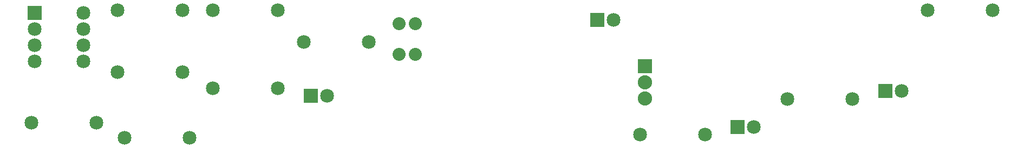
<source format=gts>
G04 MADE WITH FRITZING*
G04 WWW.FRITZING.ORG*
G04 DOUBLE SIDED*
G04 HOLES PLATED*
G04 CONTOUR ON CENTER OF CONTOUR VECTOR*
%ASAXBY*%
%FSLAX23Y23*%
%MOIN*%
%OFA0B0*%
%SFA1.0B1.0*%
%ADD10C,0.085000*%
%ADD11C,0.080000*%
%ADD12C,0.088000*%
%ADD13R,0.085000X0.085000*%
%ADD14R,0.088000X0.088000*%
%LNMASK1*%
G90*
G70*
G54D10*
X160Y2051D03*
X460Y2051D03*
X160Y1951D03*
X460Y1951D03*
X160Y1851D03*
X460Y1851D03*
X160Y1751D03*
X460Y1751D03*
X669Y2068D03*
X1069Y2068D03*
X669Y1684D03*
X1069Y1684D03*
X1255Y2068D03*
X1655Y2068D03*
X1255Y1584D03*
X1655Y1584D03*
X1814Y1871D03*
X2214Y1871D03*
G54D11*
X2403Y1985D03*
X2503Y1985D03*
X2403Y1794D03*
X2503Y1794D03*
G54D10*
X1858Y1538D03*
X1958Y1538D03*
X138Y1371D03*
X538Y1371D03*
X3623Y2006D03*
X3723Y2006D03*
G54D12*
X3916Y1720D03*
X3916Y1620D03*
X3916Y1520D03*
X3916Y1720D03*
X3916Y1620D03*
X3916Y1520D03*
G54D10*
X3884Y1296D03*
X4284Y1296D03*
X4487Y1345D03*
X4587Y1345D03*
X4791Y1518D03*
X5191Y1518D03*
X5395Y1567D03*
X5495Y1567D03*
X5656Y2068D03*
X6056Y2068D03*
X711Y1278D03*
X1111Y1278D03*
G54D13*
X160Y2051D03*
X1858Y1538D03*
X3623Y2006D03*
G54D14*
X3916Y1720D03*
X3916Y1720D03*
G54D13*
X4487Y1345D03*
X5395Y1567D03*
G04 End of Mask1*
M02*
</source>
